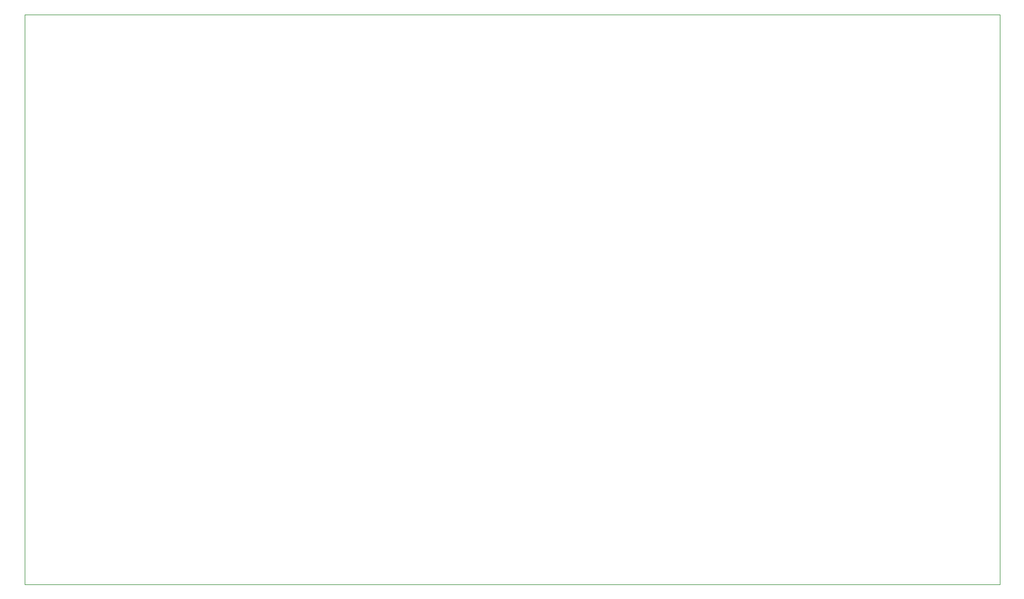
<source format=gbr>
%TF.GenerationSoftware,KiCad,Pcbnew,(5.1.10)-1*%
%TF.CreationDate,2021-07-05T10:54:25-04:00*%
%TF.ProjectId,PID-controller-pcb,5049442d-636f-46e7-9472-6f6c6c65722d,rev?*%
%TF.SameCoordinates,Original*%
%TF.FileFunction,Profile,NP*%
%FSLAX46Y46*%
G04 Gerber Fmt 4.6, Leading zero omitted, Abs format (unit mm)*
G04 Created by KiCad (PCBNEW (5.1.10)-1) date 2021-07-05 10:54:25*
%MOMM*%
%LPD*%
G01*
G04 APERTURE LIST*
%TA.AperFunction,Profile*%
%ADD10C,0.050000*%
%TD*%
G04 APERTURE END LIST*
D10*
X273000000Y-45000000D02*
X273000000Y-131000000D01*
X126000000Y-45000000D02*
X273000000Y-45000000D01*
X126000000Y-131000000D02*
X273000000Y-131000000D01*
X126000000Y-45000000D02*
X126000000Y-131000000D01*
M02*

</source>
